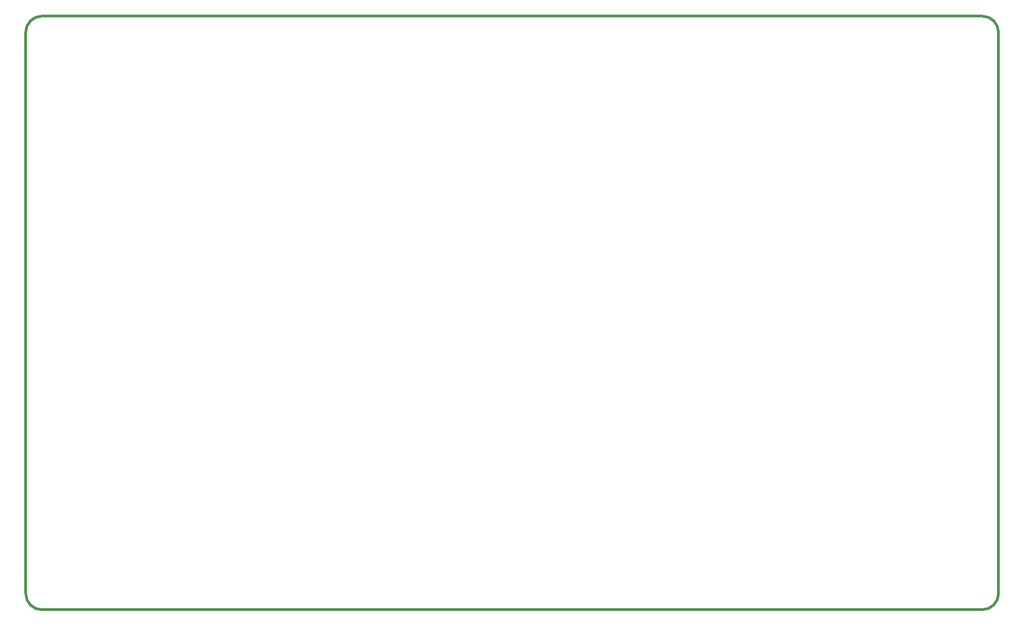
<source format=gbr>
%TF.GenerationSoftware,KiCad,Pcbnew,8.0.4*%
%TF.CreationDate,2024-07-29T15:07:11-07:00*%
%TF.ProjectId,PETER,50455445-522e-46b6-9963-61645f706362,0*%
%TF.SameCoordinates,Original*%
%TF.FileFunction,Profile,NP*%
%FSLAX46Y46*%
G04 Gerber Fmt 4.6, Leading zero omitted, Abs format (unit mm)*
G04 Created by KiCad (PCBNEW 8.0.4) date 2024-07-29 15:07:11*
%MOMM*%
%LPD*%
G01*
G04 APERTURE LIST*
%TA.AperFunction,Profile*%
%ADD10C,0.500000*%
%TD*%
G04 APERTURE END LIST*
D10*
X-3379200Y-104028000D02*
X-3379200Y-28000D01*
X176620800Y-104028000D02*
G75*
G02*
X173620800Y-107028000I-3000000J0D01*
G01*
X-379200Y-107028000D02*
G75*
G02*
X-3379200Y-104028000I0J3000000D01*
G01*
X173620800Y-107028000D02*
X-379200Y-107028000D01*
X-379200Y2972000D02*
X173620800Y2972000D01*
X-3379200Y-28000D02*
G75*
G02*
X-379200Y2972000I3000000J0D01*
G01*
X173620800Y2972000D02*
G75*
G02*
X176620800Y-28000I0J-3000000D01*
G01*
X176620800Y-28000D02*
X176620800Y-104028000D01*
M02*

</source>
